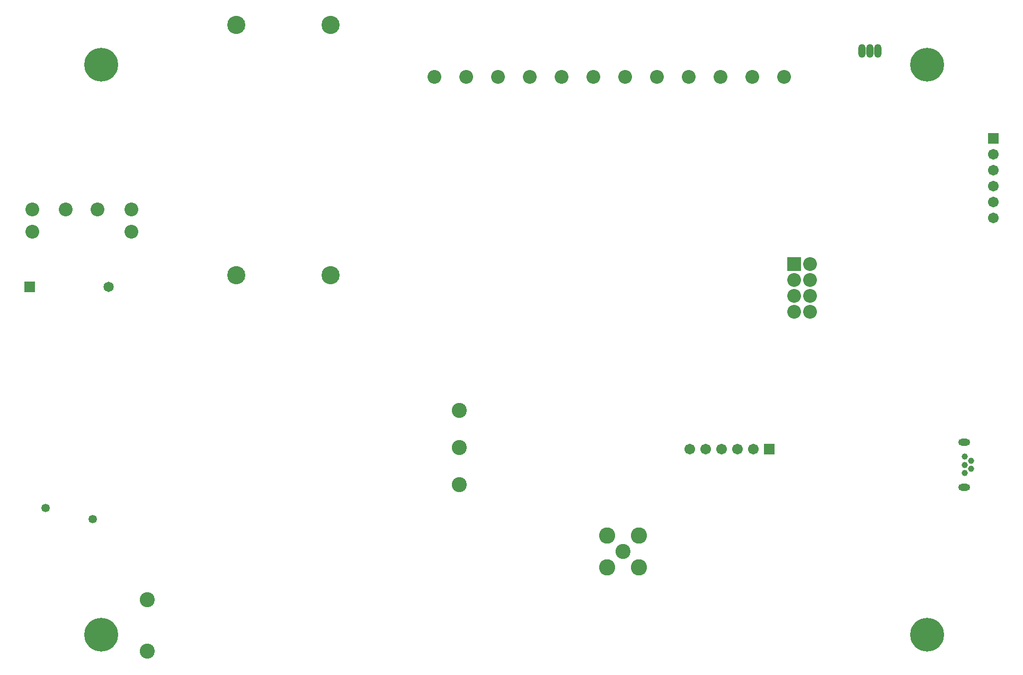
<source format=gbs>
G04*
G04 #@! TF.GenerationSoftware,Altium Limited,Altium Designer,21.8.1 (53)*
G04*
G04 Layer_Color=16711935*
%FSLAX25Y25*%
%MOIN*%
G70*
G04*
G04 #@! TF.SameCoordinates,C8D47062-8F1F-4A6C-B0F1-C45CC90B983E*
G04*
G04*
G04 #@! TF.FilePolarity,Negative*
G04*
G01*
G75*
%ADD101R,0.06706X0.06706*%
%ADD123C,0.06706*%
%ADD124C,0.08674*%
%ADD125R,0.08674X0.08674*%
%ADD126C,0.03950*%
%ADD127O,0.07493X0.04343*%
%ADD128O,0.04737X0.08674*%
%ADD129C,0.09461*%
%ADD130C,0.10249*%
%ADD131R,0.06500X0.06500*%
%ADD132C,0.06500*%
%ADD133C,0.05300*%
%ADD134C,0.21272*%
%ADD135C,0.11430*%
%ADD136R,0.06706X0.06706*%
D101*
X561238Y311950D02*
D03*
D123*
Y261950D02*
D03*
Y271950D02*
D03*
Y281950D02*
D03*
Y291950D02*
D03*
Y301950D02*
D03*
X410438Y116850D02*
D03*
X400438D02*
D03*
X390438D02*
D03*
X380438D02*
D03*
X370438D02*
D03*
D124*
X436138Y222950D02*
D03*
X446138D02*
D03*
Y202950D02*
D03*
Y212949D02*
D03*
Y232949D02*
D03*
X436138Y212949D02*
D03*
Y202950D02*
D03*
X289525Y350718D02*
D03*
X309525D02*
D03*
X389540D02*
D03*
X369540D02*
D03*
X429550D02*
D03*
X409550D02*
D03*
X349530D02*
D03*
X329530D02*
D03*
X229525Y350719D02*
D03*
X209525D02*
D03*
X249525Y350718D02*
D03*
X269525D02*
D03*
X-2362Y267421D02*
D03*
X-22362D02*
D03*
X-43307Y253425D02*
D03*
Y267224D02*
D03*
X19095Y253425D02*
D03*
Y267224D02*
D03*
D125*
X436138Y232949D02*
D03*
D126*
X543401Y111927D02*
D03*
X547338Y109368D02*
D03*
X543401Y106809D02*
D03*
X547338Y104250D02*
D03*
X543401Y101691D02*
D03*
D127*
X542968Y120883D02*
D03*
Y92734D02*
D03*
D128*
X478838Y366983D02*
D03*
X483838D02*
D03*
X488838D02*
D03*
D129*
X29119Y-10472D02*
D03*
Y22047D02*
D03*
X225182Y140945D02*
D03*
Y117638D02*
D03*
Y94331D02*
D03*
X328319Y52342D02*
D03*
D130*
X318319Y42342D02*
D03*
X338319D02*
D03*
X318319Y62342D02*
D03*
X338319D02*
D03*
D131*
X-45082Y218799D02*
D03*
D132*
X4528D02*
D03*
D133*
X-34890Y79736D02*
D03*
X-5362Y72650D02*
D03*
D134*
X519685Y0D02*
D03*
X0D02*
D03*
Y358268D02*
D03*
X519685D02*
D03*
D135*
X144193Y383366D02*
D03*
Y225886D02*
D03*
X85138Y383366D02*
D03*
Y225886D02*
D03*
D136*
X420438Y116850D02*
D03*
M02*

</source>
